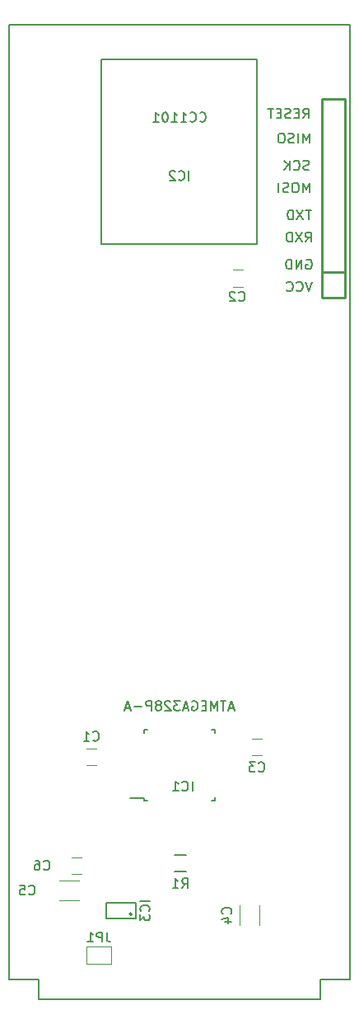
<source format=gbo>
G04 #@! TF.FileFunction,Legend,Bot*
%FSLAX46Y46*%
G04 Gerber Fmt 4.6, Leading zero omitted, Abs format (unit mm)*
G04 Created by KiCad (PCBNEW 4.0.2-stable) date 15.03.2017 10:40:45*
%MOMM*%
G01*
G04 APERTURE LIST*
%ADD10C,0.100000*%
%ADD11C,0.150000*%
%ADD12C,0.254000*%
%ADD13C,0.120000*%
G04 APERTURE END LIST*
D10*
D11*
X166000000Y-128000000D02*
X166000000Y-30000000D01*
X131000000Y-30000000D02*
X131000000Y-128000000D01*
X131000000Y-30000000D02*
X166000000Y-30000000D01*
X134000000Y-128000000D02*
X131000000Y-128000000D01*
X166000000Y-128000000D02*
X163000000Y-128000000D01*
X134000000Y-130000000D02*
X134000000Y-128000000D01*
X163000000Y-130000000D02*
X134000000Y-130000000D01*
X163000000Y-128000000D02*
X163000000Y-130000000D01*
X161218381Y-39568381D02*
X161551715Y-39092190D01*
X161789810Y-39568381D02*
X161789810Y-38568381D01*
X161408857Y-38568381D01*
X161313619Y-38616000D01*
X161266000Y-38663619D01*
X161218381Y-38758857D01*
X161218381Y-38901714D01*
X161266000Y-38996952D01*
X161313619Y-39044571D01*
X161408857Y-39092190D01*
X161789810Y-39092190D01*
X160789810Y-39044571D02*
X160456476Y-39044571D01*
X160313619Y-39568381D02*
X160789810Y-39568381D01*
X160789810Y-38568381D01*
X160313619Y-38568381D01*
X159932667Y-39520762D02*
X159789810Y-39568381D01*
X159551714Y-39568381D01*
X159456476Y-39520762D01*
X159408857Y-39473143D01*
X159361238Y-39377905D01*
X159361238Y-39282667D01*
X159408857Y-39187429D01*
X159456476Y-39139810D01*
X159551714Y-39092190D01*
X159742191Y-39044571D01*
X159837429Y-38996952D01*
X159885048Y-38949333D01*
X159932667Y-38854095D01*
X159932667Y-38758857D01*
X159885048Y-38663619D01*
X159837429Y-38616000D01*
X159742191Y-38568381D01*
X159504095Y-38568381D01*
X159361238Y-38616000D01*
X158932667Y-39044571D02*
X158599333Y-39044571D01*
X158456476Y-39568381D02*
X158932667Y-39568381D01*
X158932667Y-38568381D01*
X158456476Y-38568381D01*
X158170762Y-38568381D02*
X157599333Y-38568381D01*
X157885048Y-39568381D02*
X157885048Y-38568381D01*
X161845428Y-42108381D02*
X161845428Y-41108381D01*
X161512094Y-41822667D01*
X161178761Y-41108381D01*
X161178761Y-42108381D01*
X160702571Y-42108381D02*
X160702571Y-41108381D01*
X160274000Y-42060762D02*
X160131143Y-42108381D01*
X159893047Y-42108381D01*
X159797809Y-42060762D01*
X159750190Y-42013143D01*
X159702571Y-41917905D01*
X159702571Y-41822667D01*
X159750190Y-41727429D01*
X159797809Y-41679810D01*
X159893047Y-41632190D01*
X160083524Y-41584571D01*
X160178762Y-41536952D01*
X160226381Y-41489333D01*
X160274000Y-41394095D01*
X160274000Y-41298857D01*
X160226381Y-41203619D01*
X160178762Y-41156000D01*
X160083524Y-41108381D01*
X159845428Y-41108381D01*
X159702571Y-41156000D01*
X159083524Y-41108381D02*
X158893047Y-41108381D01*
X158797809Y-41156000D01*
X158702571Y-41251238D01*
X158654952Y-41441714D01*
X158654952Y-41775048D01*
X158702571Y-41965524D01*
X158797809Y-42060762D01*
X158893047Y-42108381D01*
X159083524Y-42108381D01*
X159178762Y-42060762D01*
X159274000Y-41965524D01*
X159321619Y-41775048D01*
X159321619Y-41441714D01*
X159274000Y-41251238D01*
X159178762Y-41156000D01*
X159083524Y-41108381D01*
X161813714Y-44854762D02*
X161670857Y-44902381D01*
X161432761Y-44902381D01*
X161337523Y-44854762D01*
X161289904Y-44807143D01*
X161242285Y-44711905D01*
X161242285Y-44616667D01*
X161289904Y-44521429D01*
X161337523Y-44473810D01*
X161432761Y-44426190D01*
X161623238Y-44378571D01*
X161718476Y-44330952D01*
X161766095Y-44283333D01*
X161813714Y-44188095D01*
X161813714Y-44092857D01*
X161766095Y-43997619D01*
X161718476Y-43950000D01*
X161623238Y-43902381D01*
X161385142Y-43902381D01*
X161242285Y-43950000D01*
X160242285Y-44807143D02*
X160289904Y-44854762D01*
X160432761Y-44902381D01*
X160527999Y-44902381D01*
X160670857Y-44854762D01*
X160766095Y-44759524D01*
X160813714Y-44664286D01*
X160861333Y-44473810D01*
X160861333Y-44330952D01*
X160813714Y-44140476D01*
X160766095Y-44045238D01*
X160670857Y-43950000D01*
X160527999Y-43902381D01*
X160432761Y-43902381D01*
X160289904Y-43950000D01*
X160242285Y-43997619D01*
X159813714Y-44902381D02*
X159813714Y-43902381D01*
X159242285Y-44902381D02*
X159670857Y-44330952D01*
X159242285Y-43902381D02*
X159813714Y-44473810D01*
X161845428Y-47188381D02*
X161845428Y-46188381D01*
X161512094Y-46902667D01*
X161178761Y-46188381D01*
X161178761Y-47188381D01*
X160512095Y-46188381D02*
X160321618Y-46188381D01*
X160226380Y-46236000D01*
X160131142Y-46331238D01*
X160083523Y-46521714D01*
X160083523Y-46855048D01*
X160131142Y-47045524D01*
X160226380Y-47140762D01*
X160321618Y-47188381D01*
X160512095Y-47188381D01*
X160607333Y-47140762D01*
X160702571Y-47045524D01*
X160750190Y-46855048D01*
X160750190Y-46521714D01*
X160702571Y-46331238D01*
X160607333Y-46236000D01*
X160512095Y-46188381D01*
X159702571Y-47140762D02*
X159559714Y-47188381D01*
X159321618Y-47188381D01*
X159226380Y-47140762D01*
X159178761Y-47093143D01*
X159131142Y-46997905D01*
X159131142Y-46902667D01*
X159178761Y-46807429D01*
X159226380Y-46759810D01*
X159321618Y-46712190D01*
X159512095Y-46664571D01*
X159607333Y-46616952D01*
X159654952Y-46569333D01*
X159702571Y-46474095D01*
X159702571Y-46378857D01*
X159654952Y-46283619D01*
X159607333Y-46236000D01*
X159512095Y-46188381D01*
X159273999Y-46188381D01*
X159131142Y-46236000D01*
X158702571Y-47188381D02*
X158702571Y-46188381D01*
X162043905Y-48982381D02*
X161472476Y-48982381D01*
X161758191Y-49982381D02*
X161758191Y-48982381D01*
X161234381Y-48982381D02*
X160567714Y-49982381D01*
X160567714Y-48982381D02*
X161234381Y-49982381D01*
X160186762Y-49982381D02*
X160186762Y-48982381D01*
X159948667Y-48982381D01*
X159805809Y-49030000D01*
X159710571Y-49125238D01*
X159662952Y-49220476D01*
X159615333Y-49410952D01*
X159615333Y-49553810D01*
X159662952Y-49744286D01*
X159710571Y-49839524D01*
X159805809Y-49934762D01*
X159948667Y-49982381D01*
X160186762Y-49982381D01*
X161448666Y-52268381D02*
X161782000Y-51792190D01*
X162020095Y-52268381D02*
X162020095Y-51268381D01*
X161639142Y-51268381D01*
X161543904Y-51316000D01*
X161496285Y-51363619D01*
X161448666Y-51458857D01*
X161448666Y-51601714D01*
X161496285Y-51696952D01*
X161543904Y-51744571D01*
X161639142Y-51792190D01*
X162020095Y-51792190D01*
X161115333Y-51268381D02*
X160448666Y-52268381D01*
X160448666Y-51268381D02*
X161115333Y-52268381D01*
X160067714Y-52268381D02*
X160067714Y-51268381D01*
X159829619Y-51268381D01*
X159686761Y-51316000D01*
X159591523Y-51411238D01*
X159543904Y-51506476D01*
X159496285Y-51696952D01*
X159496285Y-51839810D01*
X159543904Y-52030286D01*
X159591523Y-52125524D01*
X159686761Y-52220762D01*
X159829619Y-52268381D01*
X160067714Y-52268381D01*
X161543904Y-54110000D02*
X161639142Y-54062381D01*
X161781999Y-54062381D01*
X161924857Y-54110000D01*
X162020095Y-54205238D01*
X162067714Y-54300476D01*
X162115333Y-54490952D01*
X162115333Y-54633810D01*
X162067714Y-54824286D01*
X162020095Y-54919524D01*
X161924857Y-55014762D01*
X161781999Y-55062381D01*
X161686761Y-55062381D01*
X161543904Y-55014762D01*
X161496285Y-54967143D01*
X161496285Y-54633810D01*
X161686761Y-54633810D01*
X161067714Y-55062381D02*
X161067714Y-54062381D01*
X160496285Y-55062381D01*
X160496285Y-54062381D01*
X160020095Y-55062381D02*
X160020095Y-54062381D01*
X159782000Y-54062381D01*
X159639142Y-54110000D01*
X159543904Y-54205238D01*
X159496285Y-54300476D01*
X159448666Y-54490952D01*
X159448666Y-54633810D01*
X159496285Y-54824286D01*
X159543904Y-54919524D01*
X159639142Y-55014762D01*
X159782000Y-55062381D01*
X160020095Y-55062381D01*
X162115333Y-56348381D02*
X161782000Y-57348381D01*
X161448666Y-56348381D01*
X160543904Y-57253143D02*
X160591523Y-57300762D01*
X160734380Y-57348381D01*
X160829618Y-57348381D01*
X160972476Y-57300762D01*
X161067714Y-57205524D01*
X161115333Y-57110286D01*
X161162952Y-56919810D01*
X161162952Y-56776952D01*
X161115333Y-56586476D01*
X161067714Y-56491238D01*
X160972476Y-56396000D01*
X160829618Y-56348381D01*
X160734380Y-56348381D01*
X160591523Y-56396000D01*
X160543904Y-56443619D01*
X159543904Y-57253143D02*
X159591523Y-57300762D01*
X159734380Y-57348381D01*
X159829618Y-57348381D01*
X159972476Y-57300762D01*
X160067714Y-57205524D01*
X160115333Y-57110286D01*
X160162952Y-56919810D01*
X160162952Y-56776952D01*
X160115333Y-56586476D01*
X160067714Y-56491238D01*
X159972476Y-56396000D01*
X159829618Y-56348381D01*
X159734380Y-56348381D01*
X159591523Y-56396000D01*
X159543904Y-56443619D01*
D12*
X165538000Y-37552000D02*
X165538000Y-57952000D01*
X163138000Y-57952000D02*
X163138000Y-37552000D01*
X165538000Y-57952000D02*
X163138000Y-57952000D01*
X163138000Y-55352000D02*
X165538000Y-55352000D01*
X165538000Y-37552000D02*
X163138000Y-37552000D01*
D11*
X144875000Y-109625000D02*
X144875000Y-109400000D01*
X152125000Y-109625000D02*
X152125000Y-109300000D01*
X152125000Y-102375000D02*
X152125000Y-102700000D01*
X144875000Y-102375000D02*
X144875000Y-102700000D01*
X144875000Y-109625000D02*
X145200000Y-109625000D01*
X144875000Y-102375000D02*
X145200000Y-102375000D01*
X152125000Y-102375000D02*
X151800000Y-102375000D01*
X152125000Y-109625000D02*
X151800000Y-109625000D01*
X144875000Y-109400000D02*
X143450000Y-109400000D01*
D13*
X138946000Y-104306000D02*
X139946000Y-104306000D01*
X139946000Y-106006000D02*
X138946000Y-106006000D01*
X154000000Y-55150000D02*
X155000000Y-55150000D01*
X155000000Y-56850000D02*
X154000000Y-56850000D01*
X156964000Y-104990000D02*
X155964000Y-104990000D01*
X155964000Y-103290000D02*
X156964000Y-103290000D01*
D11*
X149190000Y-115203000D02*
X147990000Y-115203000D01*
X147990000Y-116953000D02*
X149190000Y-116953000D01*
X156500000Y-52500000D02*
X140500000Y-52500000D01*
X140500000Y-52500000D02*
X140500000Y-33500000D01*
X140500000Y-33500000D02*
X156500000Y-33500000D01*
X156500000Y-33500000D02*
X156500000Y-52500000D01*
D13*
X154677000Y-122412000D02*
X154677000Y-120412000D01*
X156727000Y-120412000D02*
X156727000Y-122412000D01*
X136160000Y-117847000D02*
X138160000Y-117847000D01*
X138160000Y-119897000D02*
X136160000Y-119897000D01*
X137422000Y-115482000D02*
X138422000Y-115482000D01*
X138422000Y-117182000D02*
X137422000Y-117182000D01*
D11*
X143635421Y-121304000D02*
G75*
G03X143635421Y-121304000I-141421J0D01*
G01*
X140994000Y-121704000D02*
X140994000Y-120104000D01*
X140994000Y-120104000D02*
X143994000Y-120104000D01*
X143994000Y-120104000D02*
X143994000Y-121704000D01*
X143994000Y-121704000D02*
X140994000Y-121704000D01*
D13*
X141478000Y-126366000D02*
X138938000Y-126366000D01*
X138938000Y-124586000D02*
X141478000Y-124586000D01*
X138938000Y-124586000D02*
X138938000Y-126366000D01*
X141478000Y-126366000D02*
X141478000Y-124586000D01*
D11*
X149820190Y-108656381D02*
X149820190Y-107656381D01*
X148772571Y-108561143D02*
X148820190Y-108608762D01*
X148963047Y-108656381D01*
X149058285Y-108656381D01*
X149201143Y-108608762D01*
X149296381Y-108513524D01*
X149344000Y-108418286D01*
X149391619Y-108227810D01*
X149391619Y-108084952D01*
X149344000Y-107894476D01*
X149296381Y-107799238D01*
X149201143Y-107704000D01*
X149058285Y-107656381D01*
X148963047Y-107656381D01*
X148820190Y-107704000D01*
X148772571Y-107751619D01*
X147820190Y-108656381D02*
X148391619Y-108656381D01*
X148105905Y-108656381D02*
X148105905Y-107656381D01*
X148201143Y-107799238D01*
X148296381Y-107894476D01*
X148391619Y-107942095D01*
X154047619Y-100116667D02*
X153571428Y-100116667D01*
X154142857Y-100402381D02*
X153809524Y-99402381D01*
X153476190Y-100402381D01*
X153285714Y-99402381D02*
X152714285Y-99402381D01*
X153000000Y-100402381D02*
X153000000Y-99402381D01*
X152380952Y-100402381D02*
X152380952Y-99402381D01*
X152047618Y-100116667D01*
X151714285Y-99402381D01*
X151714285Y-100402381D01*
X151238095Y-99878571D02*
X150904761Y-99878571D01*
X150761904Y-100402381D02*
X151238095Y-100402381D01*
X151238095Y-99402381D01*
X150761904Y-99402381D01*
X149809523Y-99450000D02*
X149904761Y-99402381D01*
X150047618Y-99402381D01*
X150190476Y-99450000D01*
X150285714Y-99545238D01*
X150333333Y-99640476D01*
X150380952Y-99830952D01*
X150380952Y-99973810D01*
X150333333Y-100164286D01*
X150285714Y-100259524D01*
X150190476Y-100354762D01*
X150047618Y-100402381D01*
X149952380Y-100402381D01*
X149809523Y-100354762D01*
X149761904Y-100307143D01*
X149761904Y-99973810D01*
X149952380Y-99973810D01*
X149380952Y-100116667D02*
X148904761Y-100116667D01*
X149476190Y-100402381D02*
X149142857Y-99402381D01*
X148809523Y-100402381D01*
X148571428Y-99402381D02*
X147952380Y-99402381D01*
X148285714Y-99783333D01*
X148142856Y-99783333D01*
X148047618Y-99830952D01*
X147999999Y-99878571D01*
X147952380Y-99973810D01*
X147952380Y-100211905D01*
X147999999Y-100307143D01*
X148047618Y-100354762D01*
X148142856Y-100402381D01*
X148428571Y-100402381D01*
X148523809Y-100354762D01*
X148571428Y-100307143D01*
X147571428Y-99497619D02*
X147523809Y-99450000D01*
X147428571Y-99402381D01*
X147190475Y-99402381D01*
X147095237Y-99450000D01*
X147047618Y-99497619D01*
X146999999Y-99592857D01*
X146999999Y-99688095D01*
X147047618Y-99830952D01*
X147619047Y-100402381D01*
X146999999Y-100402381D01*
X146428571Y-99830952D02*
X146523809Y-99783333D01*
X146571428Y-99735714D01*
X146619047Y-99640476D01*
X146619047Y-99592857D01*
X146571428Y-99497619D01*
X146523809Y-99450000D01*
X146428571Y-99402381D01*
X146238094Y-99402381D01*
X146142856Y-99450000D01*
X146095237Y-99497619D01*
X146047618Y-99592857D01*
X146047618Y-99640476D01*
X146095237Y-99735714D01*
X146142856Y-99783333D01*
X146238094Y-99830952D01*
X146428571Y-99830952D01*
X146523809Y-99878571D01*
X146571428Y-99926190D01*
X146619047Y-100021429D01*
X146619047Y-100211905D01*
X146571428Y-100307143D01*
X146523809Y-100354762D01*
X146428571Y-100402381D01*
X146238094Y-100402381D01*
X146142856Y-100354762D01*
X146095237Y-100307143D01*
X146047618Y-100211905D01*
X146047618Y-100021429D01*
X146095237Y-99926190D01*
X146142856Y-99878571D01*
X146238094Y-99830952D01*
X145619047Y-100402381D02*
X145619047Y-99402381D01*
X145238094Y-99402381D01*
X145142856Y-99450000D01*
X145095237Y-99497619D01*
X145047618Y-99592857D01*
X145047618Y-99735714D01*
X145095237Y-99830952D01*
X145142856Y-99878571D01*
X145238094Y-99926190D01*
X145619047Y-99926190D01*
X144619047Y-100021429D02*
X143857142Y-100021429D01*
X143428571Y-100116667D02*
X142952380Y-100116667D01*
X143523809Y-100402381D02*
X143190476Y-99402381D01*
X142857142Y-100402381D01*
X139612666Y-103413143D02*
X139660285Y-103460762D01*
X139803142Y-103508381D01*
X139898380Y-103508381D01*
X140041238Y-103460762D01*
X140136476Y-103365524D01*
X140184095Y-103270286D01*
X140231714Y-103079810D01*
X140231714Y-102936952D01*
X140184095Y-102746476D01*
X140136476Y-102651238D01*
X140041238Y-102556000D01*
X139898380Y-102508381D01*
X139803142Y-102508381D01*
X139660285Y-102556000D01*
X139612666Y-102603619D01*
X138660285Y-103508381D02*
X139231714Y-103508381D01*
X138946000Y-103508381D02*
X138946000Y-102508381D01*
X139041238Y-102651238D01*
X139136476Y-102746476D01*
X139231714Y-102794095D01*
X154598666Y-58269143D02*
X154646285Y-58316762D01*
X154789142Y-58364381D01*
X154884380Y-58364381D01*
X155027238Y-58316762D01*
X155122476Y-58221524D01*
X155170095Y-58126286D01*
X155217714Y-57935810D01*
X155217714Y-57792952D01*
X155170095Y-57602476D01*
X155122476Y-57507238D01*
X155027238Y-57412000D01*
X154884380Y-57364381D01*
X154789142Y-57364381D01*
X154646285Y-57412000D01*
X154598666Y-57459619D01*
X154217714Y-57459619D02*
X154170095Y-57412000D01*
X154074857Y-57364381D01*
X153836761Y-57364381D01*
X153741523Y-57412000D01*
X153693904Y-57459619D01*
X153646285Y-57554857D01*
X153646285Y-57650095D01*
X153693904Y-57792952D01*
X154265333Y-58364381D01*
X153646285Y-58364381D01*
X156630666Y-106597143D02*
X156678285Y-106644762D01*
X156821142Y-106692381D01*
X156916380Y-106692381D01*
X157059238Y-106644762D01*
X157154476Y-106549524D01*
X157202095Y-106454286D01*
X157249714Y-106263810D01*
X157249714Y-106120952D01*
X157202095Y-105930476D01*
X157154476Y-105835238D01*
X157059238Y-105740000D01*
X156916380Y-105692381D01*
X156821142Y-105692381D01*
X156678285Y-105740000D01*
X156630666Y-105787619D01*
X156297333Y-105692381D02*
X155678285Y-105692381D01*
X156011619Y-106073333D01*
X155868761Y-106073333D01*
X155773523Y-106120952D01*
X155725904Y-106168571D01*
X155678285Y-106263810D01*
X155678285Y-106501905D01*
X155725904Y-106597143D01*
X155773523Y-106644762D01*
X155868761Y-106692381D01*
X156154476Y-106692381D01*
X156249714Y-106644762D01*
X156297333Y-106597143D01*
X148756666Y-118630381D02*
X149090000Y-118154190D01*
X149328095Y-118630381D02*
X149328095Y-117630381D01*
X148947142Y-117630381D01*
X148851904Y-117678000D01*
X148804285Y-117725619D01*
X148756666Y-117820857D01*
X148756666Y-117963714D01*
X148804285Y-118058952D01*
X148851904Y-118106571D01*
X148947142Y-118154190D01*
X149328095Y-118154190D01*
X147804285Y-118630381D02*
X148375714Y-118630381D01*
X148090000Y-118630381D02*
X148090000Y-117630381D01*
X148185238Y-117773238D01*
X148280476Y-117868476D01*
X148375714Y-117916095D01*
X149476190Y-45952381D02*
X149476190Y-44952381D01*
X148428571Y-45857143D02*
X148476190Y-45904762D01*
X148619047Y-45952381D01*
X148714285Y-45952381D01*
X148857143Y-45904762D01*
X148952381Y-45809524D01*
X149000000Y-45714286D01*
X149047619Y-45523810D01*
X149047619Y-45380952D01*
X149000000Y-45190476D01*
X148952381Y-45095238D01*
X148857143Y-45000000D01*
X148714285Y-44952381D01*
X148619047Y-44952381D01*
X148476190Y-45000000D01*
X148428571Y-45047619D01*
X148047619Y-45047619D02*
X148000000Y-45000000D01*
X147904762Y-44952381D01*
X147666666Y-44952381D01*
X147571428Y-45000000D01*
X147523809Y-45047619D01*
X147476190Y-45142857D01*
X147476190Y-45238095D01*
X147523809Y-45380952D01*
X148095238Y-45952381D01*
X147476190Y-45952381D01*
X150595238Y-39857143D02*
X150642857Y-39904762D01*
X150785714Y-39952381D01*
X150880952Y-39952381D01*
X151023810Y-39904762D01*
X151119048Y-39809524D01*
X151166667Y-39714286D01*
X151214286Y-39523810D01*
X151214286Y-39380952D01*
X151166667Y-39190476D01*
X151119048Y-39095238D01*
X151023810Y-39000000D01*
X150880952Y-38952381D01*
X150785714Y-38952381D01*
X150642857Y-39000000D01*
X150595238Y-39047619D01*
X149595238Y-39857143D02*
X149642857Y-39904762D01*
X149785714Y-39952381D01*
X149880952Y-39952381D01*
X150023810Y-39904762D01*
X150119048Y-39809524D01*
X150166667Y-39714286D01*
X150214286Y-39523810D01*
X150214286Y-39380952D01*
X150166667Y-39190476D01*
X150119048Y-39095238D01*
X150023810Y-39000000D01*
X149880952Y-38952381D01*
X149785714Y-38952381D01*
X149642857Y-39000000D01*
X149595238Y-39047619D01*
X148642857Y-39952381D02*
X149214286Y-39952381D01*
X148928572Y-39952381D02*
X148928572Y-38952381D01*
X149023810Y-39095238D01*
X149119048Y-39190476D01*
X149214286Y-39238095D01*
X147690476Y-39952381D02*
X148261905Y-39952381D01*
X147976191Y-39952381D02*
X147976191Y-38952381D01*
X148071429Y-39095238D01*
X148166667Y-39190476D01*
X148261905Y-39238095D01*
X147071429Y-38952381D02*
X146976190Y-38952381D01*
X146880952Y-39000000D01*
X146833333Y-39047619D01*
X146785714Y-39142857D01*
X146738095Y-39333333D01*
X146738095Y-39571429D01*
X146785714Y-39761905D01*
X146833333Y-39857143D01*
X146880952Y-39904762D01*
X146976190Y-39952381D01*
X147071429Y-39952381D01*
X147166667Y-39904762D01*
X147214286Y-39857143D01*
X147261905Y-39761905D01*
X147309524Y-39571429D01*
X147309524Y-39333333D01*
X147261905Y-39142857D01*
X147214286Y-39047619D01*
X147166667Y-39000000D01*
X147071429Y-38952381D01*
X145785714Y-39952381D02*
X146357143Y-39952381D01*
X146071429Y-39952381D02*
X146071429Y-38952381D01*
X146166667Y-39095238D01*
X146261905Y-39190476D01*
X146357143Y-39238095D01*
X153759143Y-121245334D02*
X153806762Y-121197715D01*
X153854381Y-121054858D01*
X153854381Y-120959620D01*
X153806762Y-120816762D01*
X153711524Y-120721524D01*
X153616286Y-120673905D01*
X153425810Y-120626286D01*
X153282952Y-120626286D01*
X153092476Y-120673905D01*
X152997238Y-120721524D01*
X152902000Y-120816762D01*
X152854381Y-120959620D01*
X152854381Y-121054858D01*
X152902000Y-121197715D01*
X152949619Y-121245334D01*
X153187714Y-122102477D02*
X153854381Y-122102477D01*
X152806762Y-121864381D02*
X153521048Y-121626286D01*
X153521048Y-122245334D01*
X133008666Y-119229143D02*
X133056285Y-119276762D01*
X133199142Y-119324381D01*
X133294380Y-119324381D01*
X133437238Y-119276762D01*
X133532476Y-119181524D01*
X133580095Y-119086286D01*
X133627714Y-118895810D01*
X133627714Y-118752952D01*
X133580095Y-118562476D01*
X133532476Y-118467238D01*
X133437238Y-118372000D01*
X133294380Y-118324381D01*
X133199142Y-118324381D01*
X133056285Y-118372000D01*
X133008666Y-118419619D01*
X132103904Y-118324381D02*
X132580095Y-118324381D01*
X132627714Y-118800571D01*
X132580095Y-118752952D01*
X132484857Y-118705333D01*
X132246761Y-118705333D01*
X132151523Y-118752952D01*
X132103904Y-118800571D01*
X132056285Y-118895810D01*
X132056285Y-119133905D01*
X132103904Y-119229143D01*
X132151523Y-119276762D01*
X132246761Y-119324381D01*
X132484857Y-119324381D01*
X132580095Y-119276762D01*
X132627714Y-119229143D01*
X134532666Y-116689143D02*
X134580285Y-116736762D01*
X134723142Y-116784381D01*
X134818380Y-116784381D01*
X134961238Y-116736762D01*
X135056476Y-116641524D01*
X135104095Y-116546286D01*
X135151714Y-116355810D01*
X135151714Y-116212952D01*
X135104095Y-116022476D01*
X135056476Y-115927238D01*
X134961238Y-115832000D01*
X134818380Y-115784381D01*
X134723142Y-115784381D01*
X134580285Y-115832000D01*
X134532666Y-115879619D01*
X133675523Y-115784381D02*
X133866000Y-115784381D01*
X133961238Y-115832000D01*
X134008857Y-115879619D01*
X134104095Y-116022476D01*
X134151714Y-116212952D01*
X134151714Y-116593905D01*
X134104095Y-116689143D01*
X134056476Y-116736762D01*
X133961238Y-116784381D01*
X133770761Y-116784381D01*
X133675523Y-116736762D01*
X133627904Y-116689143D01*
X133580285Y-116593905D01*
X133580285Y-116355810D01*
X133627904Y-116260571D01*
X133675523Y-116212952D01*
X133770761Y-116165333D01*
X133961238Y-116165333D01*
X134056476Y-116212952D01*
X134104095Y-116260571D01*
X134151714Y-116355810D01*
X145446381Y-119927810D02*
X144446381Y-119927810D01*
X145351143Y-120975429D02*
X145398762Y-120927810D01*
X145446381Y-120784953D01*
X145446381Y-120689715D01*
X145398762Y-120546857D01*
X145303524Y-120451619D01*
X145208286Y-120404000D01*
X145017810Y-120356381D01*
X144874952Y-120356381D01*
X144684476Y-120404000D01*
X144589238Y-120451619D01*
X144494000Y-120546857D01*
X144446381Y-120689715D01*
X144446381Y-120784953D01*
X144494000Y-120927810D01*
X144541619Y-120975429D01*
X144446381Y-121308762D02*
X144446381Y-121927810D01*
X144827333Y-121594476D01*
X144827333Y-121737334D01*
X144874952Y-121832572D01*
X144922571Y-121880191D01*
X145017810Y-121927810D01*
X145255905Y-121927810D01*
X145351143Y-121880191D01*
X145398762Y-121832572D01*
X145446381Y-121737334D01*
X145446381Y-121451619D01*
X145398762Y-121356381D01*
X145351143Y-121308762D01*
X141041333Y-123148381D02*
X141041333Y-123862667D01*
X141088953Y-124005524D01*
X141184191Y-124100762D01*
X141327048Y-124148381D01*
X141422286Y-124148381D01*
X140565143Y-124148381D02*
X140565143Y-123148381D01*
X140184190Y-123148381D01*
X140088952Y-123196000D01*
X140041333Y-123243619D01*
X139993714Y-123338857D01*
X139993714Y-123481714D01*
X140041333Y-123576952D01*
X140088952Y-123624571D01*
X140184190Y-123672190D01*
X140565143Y-123672190D01*
X139041333Y-124148381D02*
X139612762Y-124148381D01*
X139327048Y-124148381D02*
X139327048Y-123148381D01*
X139422286Y-123291238D01*
X139517524Y-123386476D01*
X139612762Y-123434095D01*
M02*

</source>
